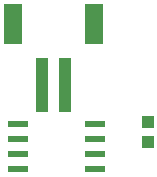
<source format=gbp>
G75*
%MOIN*%
%OFA0B0*%
%FSLAX25Y25*%
%IPPOS*%
%LPD*%
%AMOC8*
5,1,8,0,0,1.08239X$1,22.5*
%
%ADD10R,0.06700X0.02400*%
%ADD11R,0.03937X0.04331*%
%ADD12R,0.03937X0.18110*%
%ADD13R,0.06299X0.13386*%
D10*
X0148533Y0092833D03*
X0148533Y0097833D03*
X0148533Y0102833D03*
X0148533Y0107833D03*
X0174133Y0107833D03*
X0174133Y0102833D03*
X0174133Y0097833D03*
X0174133Y0092833D03*
D11*
X0191833Y0101987D03*
X0191833Y0108680D03*
D12*
X0164270Y0120766D03*
X0156396Y0120766D03*
D13*
X0146948Y0141239D03*
X0173719Y0141239D03*
M02*

</source>
